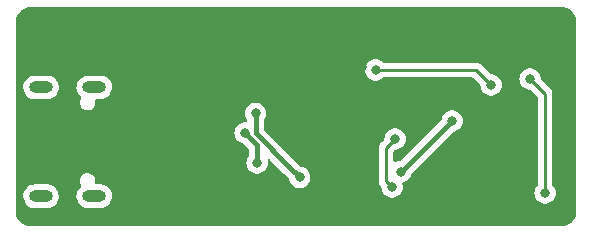
<source format=gbl>
G04 #@! TF.GenerationSoftware,KiCad,Pcbnew,7.0.2*
G04 #@! TF.CreationDate,2023-10-30T14:31:13+01:00*
G04 #@! TF.ProjectId,programmer_board,70726f67-7261-46d6-9d65-725f626f6172,rev?*
G04 #@! TF.SameCoordinates,Original*
G04 #@! TF.FileFunction,Copper,L2,Bot*
G04 #@! TF.FilePolarity,Positive*
%FSLAX46Y46*%
G04 Gerber Fmt 4.6, Leading zero omitted, Abs format (unit mm)*
G04 Created by KiCad (PCBNEW 7.0.2) date 2023-10-30 14:31:13*
%MOMM*%
%LPD*%
G01*
G04 APERTURE LIST*
G04 #@! TA.AperFunction,ComponentPad*
%ADD10O,2.000000X1.000000*%
G04 #@! TD*
G04 #@! TA.AperFunction,ViaPad*
%ADD11C,0.800000*%
G04 #@! TD*
G04 #@! TA.AperFunction,Conductor*
%ADD12C,0.400000*%
G04 #@! TD*
G04 #@! TA.AperFunction,Conductor*
%ADD13C,0.250000*%
G04 #@! TD*
G04 APERTURE END LIST*
D10*
X85598000Y-91386500D03*
X85598000Y-100606500D03*
X90098000Y-91386500D03*
X90098000Y-100606500D03*
D11*
X116050656Y-98520829D03*
X107492800Y-99009200D03*
X120396000Y-94234000D03*
X103759000Y-93599000D03*
X99060000Y-96012000D03*
X92456000Y-91440000D03*
X96774000Y-85598000D03*
X123698000Y-93980000D03*
X112776000Y-89662000D03*
X100838000Y-101092000D03*
X88392000Y-87630000D03*
X113792000Y-93726000D03*
X122682000Y-93980000D03*
X112776000Y-88392000D03*
X92456000Y-100584000D03*
X96266000Y-93218000D03*
X85598000Y-87884000D03*
X122428000Y-87122000D03*
X103886000Y-97790000D03*
X102870000Y-95250000D03*
X128270000Y-100330000D03*
X127000000Y-90678000D03*
X113919000Y-89916000D03*
X123698000Y-91186000D03*
X115570000Y-95758000D03*
X115316000Y-99822000D03*
D12*
X106603800Y-98120200D02*
X107492800Y-99009200D01*
X116050656Y-98520829D02*
X116109171Y-98520829D01*
X106588728Y-98120200D02*
X106603800Y-98120200D01*
X103759000Y-93599000D02*
X103759000Y-95290472D01*
X103759000Y-95290472D02*
X106588728Y-98120200D01*
X116109171Y-98520829D02*
X120396000Y-94234000D01*
X116050656Y-98520829D02*
X116019485Y-98552000D01*
X102870000Y-95250000D02*
X103886000Y-96266000D01*
X103886000Y-96266000D02*
X103886000Y-97790000D01*
D13*
X128270000Y-91948000D02*
X127000000Y-90678000D01*
X128270000Y-100330000D02*
X128270000Y-91948000D01*
X122428000Y-89916000D02*
X123698000Y-91186000D01*
X113919000Y-89916000D02*
X122428000Y-89916000D01*
X115570000Y-95758000D02*
X114808000Y-96520000D01*
X114808000Y-96520000D02*
X114808000Y-99314000D01*
X114808000Y-99314000D02*
X115316000Y-99822000D01*
G04 #@! TA.AperFunction,Conductor*
G36*
X129662826Y-84582881D02*
G01*
X129714962Y-84586983D01*
X129855570Y-84599283D01*
X129873675Y-84602232D01*
X129952436Y-84621139D01*
X129955468Y-84621909D01*
X130060779Y-84650125D01*
X130076131Y-84655335D01*
X130156449Y-84688603D01*
X130161385Y-84690775D01*
X130254751Y-84734311D01*
X130267136Y-84740966D01*
X130343144Y-84787542D01*
X130349468Y-84791688D01*
X130349503Y-84791712D01*
X130432138Y-84849573D01*
X130441545Y-84856857D01*
X130509969Y-84915295D01*
X130517119Y-84921904D01*
X130588080Y-84992863D01*
X130594689Y-85000012D01*
X130653124Y-85068429D01*
X130660404Y-85077831D01*
X130718301Y-85160514D01*
X130722446Y-85166837D01*
X130769019Y-85242837D01*
X130775674Y-85255221D01*
X130819214Y-85348591D01*
X130821393Y-85353544D01*
X130854651Y-85433835D01*
X130859865Y-85449195D01*
X130888070Y-85554458D01*
X130888869Y-85557604D01*
X130907754Y-85636266D01*
X130910709Y-85654418D01*
X130923195Y-85797314D01*
X130927093Y-85846838D01*
X130927474Y-85856541D01*
X130927474Y-101849123D01*
X130927092Y-101858853D01*
X130922994Y-101910919D01*
X130910688Y-102051569D01*
X130907734Y-102069703D01*
X130888842Y-102148397D01*
X130888043Y-102151545D01*
X130859840Y-102256799D01*
X130854626Y-102272158D01*
X130821374Y-102352434D01*
X130819194Y-102357387D01*
X130775648Y-102450768D01*
X130768994Y-102463152D01*
X130722435Y-102539129D01*
X130718282Y-102545463D01*
X130660380Y-102628154D01*
X130653095Y-102637563D01*
X130594677Y-102705960D01*
X130588069Y-102713109D01*
X130517096Y-102784081D01*
X130509944Y-102790691D01*
X130441527Y-102849122D01*
X130432121Y-102856405D01*
X130349458Y-102914286D01*
X130343123Y-102918440D01*
X130267126Y-102965009D01*
X130254742Y-102971663D01*
X130161375Y-103015200D01*
X130156421Y-103017379D01*
X130076124Y-103050637D01*
X130060766Y-103055850D01*
X129955525Y-103084048D01*
X129952378Y-103084847D01*
X129873668Y-103103742D01*
X129855542Y-103106695D01*
X129717046Y-103118825D01*
X129700049Y-103120163D01*
X129662470Y-103123120D01*
X129652803Y-103123500D01*
X84713877Y-103123500D01*
X84704147Y-103123118D01*
X84652083Y-103119020D01*
X84511427Y-103106714D01*
X84493293Y-103103760D01*
X84414590Y-103084866D01*
X84411442Y-103084067D01*
X84306205Y-103055868D01*
X84290848Y-103050655D01*
X84210531Y-103017388D01*
X84205577Y-103015208D01*
X84205560Y-103015200D01*
X84112224Y-102971676D01*
X84099852Y-102965028D01*
X84052554Y-102936044D01*
X84023845Y-102918451D01*
X84017513Y-102914299D01*
X83982624Y-102889869D01*
X83934832Y-102856405D01*
X83925442Y-102849135D01*
X83857023Y-102790699D01*
X83849874Y-102784090D01*
X83778908Y-102713124D01*
X83772299Y-102705975D01*
X83751538Y-102681667D01*
X83713860Y-102637551D01*
X83706594Y-102628166D01*
X83648694Y-102545477D01*
X83644547Y-102539153D01*
X83597963Y-102463135D01*
X83591329Y-102450788D01*
X83547770Y-102357376D01*
X83545622Y-102352496D01*
X83512343Y-102272150D01*
X83507130Y-102256793D01*
X83478910Y-102151476D01*
X83478153Y-102148494D01*
X83459236Y-102069698D01*
X83456285Y-102051579D01*
X83443986Y-101911001D01*
X83439881Y-101858853D01*
X83439502Y-101849092D01*
X83439648Y-101591574D01*
X83440175Y-100657437D01*
X84093630Y-100657437D01*
X84124443Y-100858571D01*
X84195113Y-101049386D01*
X84302745Y-101222068D01*
X84302748Y-101222071D01*
X84442941Y-101369553D01*
X84609951Y-101485795D01*
X84796942Y-101566040D01*
X84996259Y-101607000D01*
X84996261Y-101607000D01*
X86145600Y-101607000D01*
X86148742Y-101607000D01*
X86300438Y-101591574D01*
X86494588Y-101530659D01*
X86672502Y-101431909D01*
X86826895Y-101299366D01*
X86951448Y-101138458D01*
X87041060Y-100955771D01*
X87092063Y-100758785D01*
X87097203Y-100657437D01*
X88593630Y-100657437D01*
X88624443Y-100858571D01*
X88695113Y-101049386D01*
X88802745Y-101222068D01*
X88802748Y-101222071D01*
X88942941Y-101369553D01*
X89109951Y-101485795D01*
X89296942Y-101566040D01*
X89496259Y-101607000D01*
X89496261Y-101607000D01*
X90645600Y-101607000D01*
X90648742Y-101607000D01*
X90800438Y-101591574D01*
X90994588Y-101530659D01*
X91172502Y-101431909D01*
X91326895Y-101299366D01*
X91451448Y-101138458D01*
X91541060Y-100955771D01*
X91592063Y-100758785D01*
X91602369Y-100555564D01*
X91571556Y-100354429D01*
X91562508Y-100329999D01*
X91500886Y-100163613D01*
X91393254Y-99990931D01*
X91386803Y-99984144D01*
X91253059Y-99843447D01*
X91086049Y-99727205D01*
X90899058Y-99646960D01*
X90699741Y-99606000D01*
X90699739Y-99606000D01*
X90291079Y-99606000D01*
X90224040Y-99586315D01*
X90178285Y-99533511D01*
X90168341Y-99464353D01*
X90169267Y-99458806D01*
X90192376Y-99337670D01*
X90182056Y-99173640D01*
X90131268Y-99017329D01*
X90077392Y-98932434D01*
X90043202Y-98878559D01*
X89923393Y-98766052D01*
X89779365Y-98686871D01*
X89620179Y-98646000D01*
X89620177Y-98646000D01*
X89497075Y-98646000D01*
X89493216Y-98646487D01*
X89493208Y-98646488D01*
X89374940Y-98661428D01*
X89222129Y-98721931D01*
X89089165Y-98818534D01*
X88984399Y-98945175D01*
X88950446Y-99017329D01*
X88914421Y-99093887D01*
X88904085Y-99148069D01*
X88883623Y-99255333D01*
X88893943Y-99419358D01*
X88933602Y-99541416D01*
X88944732Y-99575671D01*
X88999391Y-99661800D01*
X89018692Y-99728949D01*
X88998625Y-99795875D01*
X88975467Y-99822324D01*
X88873688Y-99909700D01*
X88869104Y-99913635D01*
X88744551Y-100074542D01*
X88654940Y-100257227D01*
X88603937Y-100454216D01*
X88593630Y-100657437D01*
X87097203Y-100657437D01*
X87102369Y-100555564D01*
X87071556Y-100354429D01*
X87062508Y-100329999D01*
X87000886Y-100163613D01*
X86893254Y-99990931D01*
X86886803Y-99984144D01*
X86753059Y-99843447D01*
X86586049Y-99727205D01*
X86399058Y-99646960D01*
X86199741Y-99606000D01*
X85047258Y-99606000D01*
X85044147Y-99606316D01*
X85044134Y-99606317D01*
X84895559Y-99621426D01*
X84701412Y-99682341D01*
X84523500Y-99781089D01*
X84369104Y-99913635D01*
X84244551Y-100074542D01*
X84154940Y-100257227D01*
X84103937Y-100454216D01*
X84093630Y-100657437D01*
X83440175Y-100657437D01*
X83443225Y-95250000D01*
X101964540Y-95250000D01*
X101984326Y-95438257D01*
X102042820Y-95618284D01*
X102137466Y-95782216D01*
X102264129Y-95922889D01*
X102417269Y-96034151D01*
X102590197Y-96111144D01*
X102745126Y-96144075D01*
X102806608Y-96177267D01*
X102807027Y-96177684D01*
X103149181Y-96519838D01*
X103182666Y-96581161D01*
X103185500Y-96607519D01*
X103185500Y-97174608D01*
X103165815Y-97241647D01*
X103153655Y-97257575D01*
X103153467Y-97257783D01*
X103058820Y-97421715D01*
X103000326Y-97601742D01*
X102980540Y-97790000D01*
X103000326Y-97978257D01*
X103058820Y-98158284D01*
X103153466Y-98322216D01*
X103280129Y-98462889D01*
X103433269Y-98574151D01*
X103606197Y-98651144D01*
X103791352Y-98690500D01*
X103791354Y-98690500D01*
X103980648Y-98690500D01*
X104117420Y-98661428D01*
X104165803Y-98651144D01*
X104338730Y-98574151D01*
X104338729Y-98574150D01*
X104491870Y-98462889D01*
X104618533Y-98322216D01*
X104713179Y-98158284D01*
X104716503Y-98148055D01*
X104771674Y-97978256D01*
X104791460Y-97790000D01*
X104772108Y-97605878D01*
X104784677Y-97537152D01*
X104832409Y-97486128D01*
X104900150Y-97469010D01*
X104966391Y-97491232D01*
X104983110Y-97505239D01*
X106075786Y-98597915D01*
X106080906Y-98603353D01*
X106120799Y-98648383D01*
X106170313Y-98682560D01*
X106176332Y-98686990D01*
X106187054Y-98695390D01*
X106198263Y-98705320D01*
X106566295Y-99073352D01*
X106599780Y-99134675D01*
X106601934Y-99148069D01*
X106607125Y-99197454D01*
X106665620Y-99377484D01*
X106760266Y-99541416D01*
X106886929Y-99682089D01*
X107040069Y-99793351D01*
X107212997Y-99870344D01*
X107398152Y-99909700D01*
X107398154Y-99909700D01*
X107587448Y-99909700D01*
X107710884Y-99883462D01*
X107772603Y-99870344D01*
X107945530Y-99793351D01*
X108054142Y-99714440D01*
X108098670Y-99682089D01*
X108225333Y-99541416D01*
X108319979Y-99377484D01*
X108336783Y-99325767D01*
X108378474Y-99197456D01*
X108398260Y-99009200D01*
X108378474Y-98820944D01*
X108336090Y-98690500D01*
X108319979Y-98640915D01*
X108225333Y-98476983D01*
X108098670Y-98336310D01*
X107945530Y-98225048D01*
X107772602Y-98148055D01*
X107617672Y-98115124D01*
X107556190Y-98081932D01*
X107555772Y-98081515D01*
X107116740Y-97642483D01*
X107111622Y-97637047D01*
X107071729Y-97592017D01*
X107022207Y-97557833D01*
X107016225Y-97553432D01*
X107005457Y-97544996D01*
X106994262Y-97535077D01*
X105959379Y-96500194D01*
X114177840Y-96500194D01*
X114181950Y-96543673D01*
X114182500Y-96555343D01*
X114182500Y-99231256D01*
X114180235Y-99251766D01*
X114182439Y-99321872D01*
X114182500Y-99325767D01*
X114182500Y-99353350D01*
X114182988Y-99357219D01*
X114182989Y-99357225D01*
X114183004Y-99357343D01*
X114183918Y-99368967D01*
X114185290Y-99412626D01*
X114190879Y-99431860D01*
X114194825Y-99450916D01*
X114197335Y-99470792D01*
X114213414Y-99511404D01*
X114217197Y-99522451D01*
X114229382Y-99564391D01*
X114239580Y-99581635D01*
X114248136Y-99599100D01*
X114255514Y-99617732D01*
X114255515Y-99617733D01*
X114281180Y-99653059D01*
X114287593Y-99662822D01*
X114309826Y-99700416D01*
X114309829Y-99700419D01*
X114309830Y-99700420D01*
X114323995Y-99714585D01*
X114336627Y-99729375D01*
X114348406Y-99745587D01*
X114368669Y-99762350D01*
X114407777Y-99820250D01*
X114412950Y-99844932D01*
X114430326Y-100010257D01*
X114488820Y-100190284D01*
X114583466Y-100354216D01*
X114710129Y-100494889D01*
X114863269Y-100606151D01*
X115036197Y-100683144D01*
X115221352Y-100722500D01*
X115221354Y-100722500D01*
X115410648Y-100722500D01*
X115534083Y-100696262D01*
X115595803Y-100683144D01*
X115768730Y-100606151D01*
X115921871Y-100494888D01*
X116048533Y-100354216D01*
X116143179Y-100190284D01*
X116201674Y-100010256D01*
X116221460Y-99822000D01*
X116201674Y-99633744D01*
X116176028Y-99554817D01*
X116174034Y-99484978D01*
X116210114Y-99425145D01*
X116268177Y-99395211D01*
X116330459Y-99381973D01*
X116503386Y-99304980D01*
X116576629Y-99251766D01*
X116656526Y-99193718D01*
X116674604Y-99173641D01*
X116783189Y-99053045D01*
X116877835Y-98889113D01*
X116936330Y-98709085D01*
X116936330Y-98709082D01*
X116939047Y-98700721D01*
X116969295Y-98651360D01*
X120458974Y-95161682D01*
X120520295Y-95128199D01*
X120520818Y-95128086D01*
X120675803Y-95095144D01*
X120848730Y-95018151D01*
X121001871Y-94906888D01*
X121128533Y-94766216D01*
X121223179Y-94602284D01*
X121281674Y-94422256D01*
X121301460Y-94234000D01*
X121281674Y-94045744D01*
X121223179Y-93865716D01*
X121223179Y-93865715D01*
X121128533Y-93701783D01*
X121001870Y-93561110D01*
X120848730Y-93449848D01*
X120675802Y-93372855D01*
X120490648Y-93333500D01*
X120490646Y-93333500D01*
X120301354Y-93333500D01*
X120301352Y-93333500D01*
X120116197Y-93372855D01*
X119943269Y-93449848D01*
X119790129Y-93561110D01*
X119663466Y-93701783D01*
X119568820Y-93865715D01*
X119510325Y-94045746D01*
X119505134Y-94095129D01*
X119478549Y-94159743D01*
X119469495Y-94169846D01*
X116055333Y-97584010D01*
X115994010Y-97617495D01*
X115967652Y-97620329D01*
X115956008Y-97620329D01*
X115770857Y-97659683D01*
X115607936Y-97732221D01*
X115538686Y-97741505D01*
X115475409Y-97711877D01*
X115438196Y-97652742D01*
X115433500Y-97618941D01*
X115433500Y-96830451D01*
X115453185Y-96763412D01*
X115469815Y-96742774D01*
X115517772Y-96694817D01*
X115579095Y-96661334D01*
X115605452Y-96658500D01*
X115664648Y-96658500D01*
X115788084Y-96632262D01*
X115849803Y-96619144D01*
X116022730Y-96542151D01*
X116175871Y-96430888D01*
X116302533Y-96290216D01*
X116397179Y-96126284D01*
X116455674Y-95946256D01*
X116475460Y-95758000D01*
X116455674Y-95569744D01*
X116397179Y-95389716D01*
X116397179Y-95389715D01*
X116302533Y-95225783D01*
X116175870Y-95085110D01*
X116022730Y-94973848D01*
X115849802Y-94896855D01*
X115664648Y-94857500D01*
X115664646Y-94857500D01*
X115475354Y-94857500D01*
X115475352Y-94857500D01*
X115290197Y-94896855D01*
X115117269Y-94973848D01*
X114964129Y-95085110D01*
X114837466Y-95225783D01*
X114742820Y-95389715D01*
X114684326Y-95569742D01*
X114666679Y-95737649D01*
X114640094Y-95802263D01*
X114631039Y-95812368D01*
X114424208Y-96019199D01*
X114408110Y-96032096D01*
X114360096Y-96083225D01*
X114357392Y-96086016D01*
X114340628Y-96102780D01*
X114340621Y-96102787D01*
X114337880Y-96105529D01*
X114335499Y-96108597D01*
X114335490Y-96108608D01*
X114335411Y-96108711D01*
X114327842Y-96117572D01*
X114297935Y-96149420D01*
X114288285Y-96166974D01*
X114277609Y-96183228D01*
X114265326Y-96199063D01*
X114247975Y-96239158D01*
X114242838Y-96249644D01*
X114221802Y-96287907D01*
X114216821Y-96307309D01*
X114210520Y-96325711D01*
X114202561Y-96344102D01*
X114195728Y-96387242D01*
X114193360Y-96398674D01*
X114182499Y-96440977D01*
X114182500Y-96461016D01*
X114180973Y-96480414D01*
X114177840Y-96500194D01*
X105959379Y-96500194D01*
X104495819Y-95036633D01*
X104462334Y-94975310D01*
X104459500Y-94948952D01*
X104459500Y-94214391D01*
X104479185Y-94147352D01*
X104491354Y-94131415D01*
X104491387Y-94131377D01*
X104491533Y-94131216D01*
X104586179Y-93967284D01*
X104644674Y-93787256D01*
X104664460Y-93599000D01*
X104644674Y-93410744D01*
X104586179Y-93230716D01*
X104586179Y-93230715D01*
X104491533Y-93066783D01*
X104364870Y-92926110D01*
X104211730Y-92814848D01*
X104038802Y-92737855D01*
X103853648Y-92698500D01*
X103853646Y-92698500D01*
X103664354Y-92698500D01*
X103664352Y-92698500D01*
X103479197Y-92737855D01*
X103306269Y-92814848D01*
X103153129Y-92926110D01*
X103026466Y-93066783D01*
X102931820Y-93230715D01*
X102873326Y-93410742D01*
X102853540Y-93598999D01*
X102873326Y-93787257D01*
X102931820Y-93967284D01*
X103026465Y-94131214D01*
X103026646Y-94131415D01*
X103026964Y-94132078D01*
X103032983Y-94142503D01*
X103032188Y-94142961D01*
X103056879Y-94194405D01*
X103058500Y-94214391D01*
X103058500Y-94225500D01*
X103038815Y-94292539D01*
X102986011Y-94338294D01*
X102934500Y-94349500D01*
X102775352Y-94349500D01*
X102590197Y-94388855D01*
X102417269Y-94465848D01*
X102264129Y-94577110D01*
X102137466Y-94717783D01*
X102042820Y-94881715D01*
X101984326Y-95061742D01*
X101964540Y-95250000D01*
X83443225Y-95250000D01*
X83445375Y-91437437D01*
X84093630Y-91437437D01*
X84124443Y-91638571D01*
X84195113Y-91829386D01*
X84302745Y-92002068D01*
X84302748Y-92002071D01*
X84442941Y-92149553D01*
X84609951Y-92265795D01*
X84796942Y-92346040D01*
X84996259Y-92387000D01*
X84996261Y-92387000D01*
X86145600Y-92387000D01*
X86148742Y-92387000D01*
X86300438Y-92371574D01*
X86494588Y-92310659D01*
X86672502Y-92211909D01*
X86826895Y-92079366D01*
X86951448Y-91918458D01*
X87041060Y-91735771D01*
X87092063Y-91538785D01*
X87097203Y-91437437D01*
X88593630Y-91437437D01*
X88624443Y-91638571D01*
X88695113Y-91829386D01*
X88802747Y-92002071D01*
X88942940Y-92149552D01*
X88961345Y-92162363D01*
X89005123Y-92216817D01*
X89012511Y-92286295D01*
X88986055Y-92343173D01*
X88984401Y-92345171D01*
X88914421Y-92493887D01*
X88883623Y-92655333D01*
X88893943Y-92819358D01*
X88893944Y-92819360D01*
X88944732Y-92975671D01*
X88978922Y-93029545D01*
X89032797Y-93114440D01*
X89096716Y-93174463D01*
X89152607Y-93226948D01*
X89296632Y-93306127D01*
X89296634Y-93306128D01*
X89455821Y-93347000D01*
X89455823Y-93347000D01*
X89575030Y-93347000D01*
X89578925Y-93347000D01*
X89680773Y-93334133D01*
X89701059Y-93331571D01*
X89777464Y-93301319D01*
X89853871Y-93271068D01*
X89986837Y-93174463D01*
X90091600Y-93047826D01*
X90161579Y-92899113D01*
X90192376Y-92737670D01*
X90182056Y-92573640D01*
X90182056Y-92573639D01*
X90174154Y-92549317D01*
X90172159Y-92479476D01*
X90208240Y-92419643D01*
X90270941Y-92388816D01*
X90292085Y-92387000D01*
X90645600Y-92387000D01*
X90648742Y-92387000D01*
X90800438Y-92371574D01*
X90994588Y-92310659D01*
X91172502Y-92211909D01*
X91326895Y-92079366D01*
X91451448Y-91918458D01*
X91541060Y-91735771D01*
X91592063Y-91538785D01*
X91602369Y-91335564D01*
X91580521Y-91192952D01*
X91571556Y-91134428D01*
X91500886Y-90943613D01*
X91393254Y-90770931D01*
X91386803Y-90764144D01*
X91253059Y-90623447D01*
X91086049Y-90507205D01*
X90899058Y-90426960D01*
X90699741Y-90386000D01*
X89547258Y-90386000D01*
X89544147Y-90386316D01*
X89544134Y-90386317D01*
X89395559Y-90401426D01*
X89201412Y-90462341D01*
X89023500Y-90561089D01*
X88991117Y-90588889D01*
X88887318Y-90677999D01*
X88869104Y-90693635D01*
X88744551Y-90854542D01*
X88654940Y-91037227D01*
X88603937Y-91234216D01*
X88593630Y-91437437D01*
X87097203Y-91437437D01*
X87102369Y-91335564D01*
X87080521Y-91192952D01*
X87071556Y-91134428D01*
X87000886Y-90943613D01*
X86893254Y-90770931D01*
X86886803Y-90764144D01*
X86753059Y-90623447D01*
X86586049Y-90507205D01*
X86399058Y-90426960D01*
X86199741Y-90386000D01*
X85047258Y-90386000D01*
X85044147Y-90386316D01*
X85044134Y-90386317D01*
X84895559Y-90401426D01*
X84701412Y-90462341D01*
X84523500Y-90561089D01*
X84491117Y-90588889D01*
X84387318Y-90677999D01*
X84369104Y-90693635D01*
X84244551Y-90854542D01*
X84154940Y-91037227D01*
X84103937Y-91234216D01*
X84093630Y-91437437D01*
X83445375Y-91437437D01*
X83446233Y-89916000D01*
X113013540Y-89916000D01*
X113033326Y-90104257D01*
X113091820Y-90284284D01*
X113186466Y-90448216D01*
X113313129Y-90588889D01*
X113466269Y-90700151D01*
X113639197Y-90777144D01*
X113824352Y-90816500D01*
X113824354Y-90816500D01*
X114013648Y-90816500D01*
X114137083Y-90790262D01*
X114198803Y-90777144D01*
X114371730Y-90700151D01*
X114524871Y-90588888D01*
X114530598Y-90582527D01*
X114590084Y-90545879D01*
X114622747Y-90541500D01*
X122117548Y-90541500D01*
X122184587Y-90561185D01*
X122205228Y-90577818D01*
X122485345Y-90857936D01*
X122759038Y-91131629D01*
X122792523Y-91192952D01*
X122794678Y-91206348D01*
X122812326Y-91374257D01*
X122870820Y-91554284D01*
X122965466Y-91718216D01*
X123092129Y-91858889D01*
X123245269Y-91970151D01*
X123418197Y-92047144D01*
X123603352Y-92086500D01*
X123603354Y-92086500D01*
X123792648Y-92086500D01*
X123916084Y-92060262D01*
X123977803Y-92047144D01*
X124150730Y-91970151D01*
X124303871Y-91858888D01*
X124430533Y-91718216D01*
X124525179Y-91554284D01*
X124583674Y-91374256D01*
X124603460Y-91186000D01*
X124583674Y-90997744D01*
X124525179Y-90817716D01*
X124525179Y-90817715D01*
X124444514Y-90677999D01*
X126094540Y-90677999D01*
X126114326Y-90866257D01*
X126172820Y-91046284D01*
X126267466Y-91210216D01*
X126394129Y-91350889D01*
X126547269Y-91462151D01*
X126720197Y-91539144D01*
X126905352Y-91578500D01*
X126905354Y-91578500D01*
X126964548Y-91578500D01*
X127031587Y-91598185D01*
X127052229Y-91614819D01*
X127608181Y-92170771D01*
X127641666Y-92232094D01*
X127644500Y-92258452D01*
X127644500Y-99631312D01*
X127624815Y-99698351D01*
X127612650Y-99714284D01*
X127537466Y-99797783D01*
X127442820Y-99961715D01*
X127384326Y-100141742D01*
X127364540Y-100329999D01*
X127384326Y-100518257D01*
X127442820Y-100698284D01*
X127537466Y-100862216D01*
X127664129Y-101002889D01*
X127817269Y-101114151D01*
X127990197Y-101191144D01*
X128175352Y-101230500D01*
X128175354Y-101230500D01*
X128364648Y-101230500D01*
X128488083Y-101204262D01*
X128549803Y-101191144D01*
X128722730Y-101114151D01*
X128722729Y-101114151D01*
X128875870Y-101002889D01*
X128918295Y-100955772D01*
X129002533Y-100862216D01*
X129097179Y-100698284D01*
X129155674Y-100518256D01*
X129175460Y-100330000D01*
X129155674Y-100141744D01*
X129097179Y-99961716D01*
X129097179Y-99961715D01*
X129002535Y-99797786D01*
X128990478Y-99784396D01*
X128927347Y-99714282D01*
X128897119Y-99651293D01*
X128895500Y-99631324D01*
X128895500Y-92030738D01*
X128897763Y-92010238D01*
X128897506Y-92002071D01*
X128895561Y-91940144D01*
X128895500Y-91936250D01*
X128895500Y-91912544D01*
X128895500Y-91908650D01*
X128894998Y-91904681D01*
X128894080Y-91893024D01*
X128892709Y-91849373D01*
X128887120Y-91830140D01*
X128883174Y-91811082D01*
X128880664Y-91791208D01*
X128864588Y-91750606D01*
X128860804Y-91739552D01*
X128848619Y-91697613D01*
X128848618Y-91697612D01*
X128848618Y-91697610D01*
X128838417Y-91680361D01*
X128829860Y-91662895D01*
X128822486Y-91644268D01*
X128796813Y-91608932D01*
X128790402Y-91599172D01*
X128768169Y-91561578D01*
X128754006Y-91547415D01*
X128741369Y-91532620D01*
X128729595Y-91516414D01*
X128729594Y-91516413D01*
X128695935Y-91488568D01*
X128687305Y-91480714D01*
X127938960Y-90732369D01*
X127905475Y-90671046D01*
X127903323Y-90657668D01*
X127885674Y-90489744D01*
X127851965Y-90386000D01*
X127827179Y-90309715D01*
X127732533Y-90145783D01*
X127605870Y-90005110D01*
X127452730Y-89893848D01*
X127279802Y-89816855D01*
X127094648Y-89777500D01*
X127094646Y-89777500D01*
X126905354Y-89777500D01*
X126905352Y-89777500D01*
X126720197Y-89816855D01*
X126547269Y-89893848D01*
X126394129Y-90005110D01*
X126267466Y-90145783D01*
X126172820Y-90309715D01*
X126114326Y-90489742D01*
X126094540Y-90677999D01*
X124444514Y-90677999D01*
X124430533Y-90653783D01*
X124303870Y-90513110D01*
X124150730Y-90401848D01*
X123977802Y-90324855D01*
X123792648Y-90285500D01*
X123792646Y-90285500D01*
X123733453Y-90285500D01*
X123666414Y-90265815D01*
X123645772Y-90249181D01*
X122928802Y-89532211D01*
X122915906Y-89516113D01*
X122864775Y-89468098D01*
X122861978Y-89465387D01*
X122845227Y-89448636D01*
X122842471Y-89445880D01*
X122839290Y-89443412D01*
X122830422Y-89435837D01*
X122798582Y-89405938D01*
X122781024Y-89396285D01*
X122764764Y-89385604D01*
X122748936Y-89373327D01*
X122708851Y-89355980D01*
X122698361Y-89350841D01*
X122660091Y-89329802D01*
X122640691Y-89324821D01*
X122622284Y-89318519D01*
X122603897Y-89310562D01*
X122560758Y-89303729D01*
X122549324Y-89301361D01*
X122507019Y-89290500D01*
X122486984Y-89290500D01*
X122467586Y-89288973D01*
X122460162Y-89287797D01*
X122447805Y-89285840D01*
X122447804Y-89285840D01*
X122414751Y-89288964D01*
X122404325Y-89289950D01*
X122392656Y-89290500D01*
X114622747Y-89290500D01*
X114555708Y-89270815D01*
X114530599Y-89249473D01*
X114524871Y-89243112D01*
X114371730Y-89131849D01*
X114371729Y-89131848D01*
X114371727Y-89131847D01*
X114198802Y-89054855D01*
X114013648Y-89015500D01*
X114013646Y-89015500D01*
X113824354Y-89015500D01*
X113824352Y-89015500D01*
X113639197Y-89054855D01*
X113466269Y-89131848D01*
X113313129Y-89243110D01*
X113186466Y-89383783D01*
X113091820Y-89547715D01*
X113033326Y-89727742D01*
X113013540Y-89916000D01*
X83446233Y-89916000D01*
X83448522Y-85856831D01*
X83448904Y-85847179D01*
X83448932Y-85846824D01*
X83453003Y-85795101D01*
X83465312Y-85654415D01*
X83468264Y-85636295D01*
X83468271Y-85636266D01*
X83487181Y-85557499D01*
X83487925Y-85554567D01*
X83516167Y-85449170D01*
X83521361Y-85433869D01*
X83554661Y-85353478D01*
X83556782Y-85348659D01*
X83600351Y-85255227D01*
X83606996Y-85242860D01*
X83653584Y-85166836D01*
X83657716Y-85160535D01*
X83657740Y-85160502D01*
X83715622Y-85077837D01*
X83722887Y-85068455D01*
X83781345Y-85000012D01*
X83787906Y-84992913D01*
X83858930Y-84921890D01*
X83866036Y-84915323D01*
X83934471Y-84856875D01*
X83943866Y-84849601D01*
X84026589Y-84791679D01*
X84032816Y-84787596D01*
X84108893Y-84740977D01*
X84121233Y-84734347D01*
X84214710Y-84690759D01*
X84219522Y-84688643D01*
X84299885Y-84655357D01*
X84315211Y-84650154D01*
X84420632Y-84621909D01*
X84423477Y-84621187D01*
X84502355Y-84602251D01*
X84520434Y-84599306D01*
X84658849Y-84587182D01*
X84713528Y-84582879D01*
X84723196Y-84582500D01*
X129653105Y-84582500D01*
X129662826Y-84582881D01*
G37*
G04 #@! TD.AperFunction*
M02*

</source>
